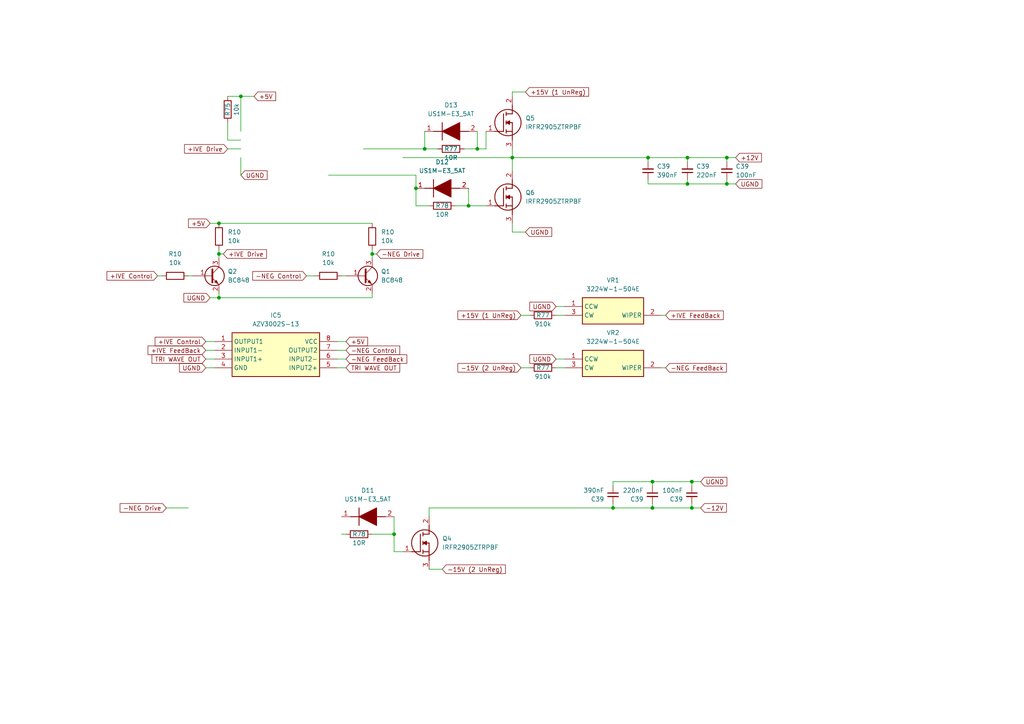
<source format=kicad_sch>
(kicad_sch (version 20230121) (generator eeschema)
  (paper "A4")
  (lib_symbols
    (symbol "Device:C_Small" (pin_numbers hide) (pin_names (offset 0.254) hide)
      (property "Reference" "C" (at 0.254 1.778 0))
      (property "Value" "C_Small" (at 0.254 -2.032 0))
      (symbol "C_Small_0_1"
        (polyline (pts (xy -1.524 -0.508) (xy 1.524 -0.508)) (stroke (width 0.3302)))
        (polyline (pts (xy -1.524 0.508) (xy 1.524 0.508)) (stroke (width 0.3048)))
      )
      (symbol "C_Small_1_1"
        (pin passive line (at 0 2.54 270) (length 2.032) (name "~") (number "1"))
        (pin passive line (at 0 -2.54 90) (length 2.032) (name "~") (number "2"))
      )
    )
    (symbol "Device:R" (pin_numbers hide) (pin_names (offset 0))
      (property "Reference" "R" (at 2.032 0 90))
      (property "Value" "R" (at 0 0 90))
      (symbol "R_0_1"
        (rectangle (start -1.016 -2.54) (end 1.016 2.54) (stroke (width 0.254)))
      )
      (symbol "R_1_1"
        (pin passive line (at 0 3.81 270) (length 1.27) (name "~") (number "1"))
        (pin passive line (at 0 -3.81 90) (length 1.27) (name "~") (number "2"))
      )
    )
    (symbol "SamacSys_Parts:3224W-1-504E"
      (property "Reference" "VR" (at 24.13 7.62 0))
      (property "Value" "3224W-1-504E" (at 24.13 5.08 0))
      (symbol "3224W-1-504E_1_1"
        (rectangle (start 5.08 2.54) (end 22.86 -5.08) (stroke (width 0.254)) (fill (type background)))
        (pin passive line (at 27.94 -2.54 180) (length 5.08) (name "CCW") (number "1"))
        (pin passive line (at 0 0 0) (length 5.08) (name "WIPER") (number "2"))
        (pin passive line (at 27.94 0 180) (length 5.08) (name "CW") (number "3"))
      )
    )
    (symbol "SamacSys_Parts:AZV3002S-13"
      (property "Reference" "IC" (at 31.75 7.62 0))
      (property "Value" "AZV3002S-13" (at 31.75 5.08 0))
      (symbol "AZV3002S-13_1_1"
        (rectangle (start 5.08 2.54) (end 30.48 -10.16) (stroke (width 0.254)) (fill (type background)))
        (pin passive line (at 0 0 0) (length 5.08) (name "OUTPUT1") (number "1"))
        (pin passive line (at 0 -2.54 0) (length 5.08) (name "INPUT1-") (number "2"))
        (pin passive line (at 0 -5.08 0) (length 5.08) (name "INPUT1+") (number "3"))
        (pin passive line (at 0 -7.62 0) (length 5.08) (name "GND") (number "4"))
        (pin passive line (at 35.56 -7.62 180) (length 5.08) (name "INPUT2+") (number "5"))
        (pin passive line (at 35.56 -5.08 180) (length 5.08) (name "INPUT2-") (number "6"))
        (pin passive line (at 35.56 -2.54 180) (length 5.08) (name "OUTPUT2") (number "7"))
        (pin passive line (at 35.56 0 180) (length 5.08) (name "VCC") (number "8"))
      )
    )
    (symbol "SamacSys_Parts:IRFR2905ZTRPBF" (pin_names hide)
      (property "Reference" "Q" (at 11.43 3.81 0))
      (property "Value" "IRFR2905ZTRPBF" (at 11.43 1.27 0))
      (symbol "IRFR2905ZTRPBF_1_1"
        (polyline (pts (xy 2.54 0) (xy 5.08 0)) (stroke (width 0.254)))
        (polyline (pts (xy 5.08 5.08) (xy 5.08 0)) (stroke (width 0.254)))
        (polyline (pts (xy 5.842 -0.508) (xy 5.842 0.508)) (stroke (width 0.254)))
        (polyline (pts (xy 5.842 0) (xy 7.62 0)) (stroke (width 0.254)))
        (polyline (pts (xy 5.842 2.032) (xy 5.842 3.048)) (stroke (width 0.254)))
        (polyline (pts (xy 5.842 5.588) (xy 5.842 4.572)) (stroke (width 0.254)))
        (polyline (pts (xy 7.62 2.54) (xy 5.842 2.54)) (stroke (width 0.254)))
        (polyline (pts (xy 7.62 2.54) (xy 7.62 -2.54)) (stroke (width 0.254)))
        (polyline (pts (xy 7.62 5.08) (xy 5.842 5.08)) (stroke (width 0.254)))
        (polyline (pts (xy 7.62 5.08) (xy 7.62 7.62)) (stroke (width 0.254)))
        (polyline (pts (xy 5.842 2.54) (xy 6.858 3.048) (xy 6.858 2.032) (xy 5.842 2.54)) (stroke (width 0.254)) (fill (type outline)))
        (circle (center 6.35 2.54) (radius 3.81) (stroke (width 0.254)))
        (pin passive line (at 0 0 0) (length 2.54) (name "G") (number "1"))
        (pin passive line (at 7.62 10.16 270) (length 2.54) (name "D") (number "2"))
        (pin passive line (at 7.62 -5.08 90) (length 2.54) (name "S") (number "3"))
      )
    )
    (symbol "SamacSys_Parts:US1M-E3_5AT" (pin_names hide)
      (property "Reference" "D" (at 11.43 5.08 0))
      (property "Value" "US1M-E3_5AT" (at 11.43 2.54 0))
      (symbol "US1M-E3_5AT_1_1"
        (polyline (pts (xy 2.54 0) (xy 5.08 0)) (stroke (width 0.254)))
        (polyline (pts (xy 5.08 2.54) (xy 5.08 -2.54)) (stroke (width 0.254)))
        (polyline (pts (xy 10.16 0) (xy 12.7 0)) (stroke (width 0.254)))
        (polyline (pts (xy 5.08 0) (xy 10.16 2.54) (xy 10.16 -2.54) (xy 5.08 0)) (stroke (width 0.254)) (fill (type outline)))
        (pin passive line (at 0 0 0) (length 2.54) (name "K") (number "1"))
        (pin passive line (at 15.24 0 180) (length 2.54) (name "A") (number "2"))
      )
    )
    (symbol "Transistor_BJT:BC848" (pin_names (offset 0) hide)
      (property "Reference" "Q" (at 5.08 1.905 0))
      (property "Value" "BC848" (at 5.08 0 0))
      (symbol "BC848_0_1"
        (polyline (pts (xy 0.635 0.635) (xy 2.54 2.54)))
        (polyline (pts (xy 0.635 -0.635) (xy 2.54 -2.54) (xy 2.54 -2.54)))
        (polyline (pts (xy 0.635 1.905) (xy 0.635 -1.905) (xy 0.635 -1.905)) (stroke (width 0.508)))
        (polyline (pts (xy 1.27 -1.778) (xy 1.778 -1.27) (xy 2.286 -2.286) (xy 1.27 -1.778) (xy 1.27 -1.778)) (fill (type outline)))
        (circle (center 1.27 0) (radius 2.8194) (stroke (width 0.254)))
      )
      (symbol "BC848_1_1"
        (pin input line (at -5.08 0 0) (length 5.715) (name "B") (number "1"))
        (pin passive line (at 2.54 -5.08 90) (length 2.54) (name "E") (number "2"))
        (pin passive line (at 2.54 5.08 270) (length 2.54) (name "C") (number "3"))
      )
    )
  )
  (junction (at 210.82 45.72))
  (junction (at 63.5 86.36))
  (junction (at 63.5 73.66))
  (junction (at 135.89 59.69))
  (junction (at 107.95 73.66))
  (junction (at 189.23 147.32))
  (junction (at 199.39 45.72))
  (junction (at 200.66 147.32))
  (junction (at 114.3 154.94))
  (junction (at 120.65 54.61))
  (junction (at 189.23 139.7))
  (junction (at 210.82 53.34))
  (junction (at 63.5 64.77))
  (junction (at 123.19 43.18))
  (junction (at 200.66 139.7))
  (junction (at 69.85 27.94))
  (junction (at 177.8 147.32))
  (junction (at 199.39 53.34))
  (junction (at 138.43 43.18))
  (junction (at 148.59 45.72))
  (junction (at 187.96 45.72))
  (wire (pts (xy 177.8 147.32) (xy 189.23 147.32)))
  (wire (pts (xy 177.8 146.05) (xy 177.8 147.32)))
  (wire (pts (xy 63.5 73.66) (xy 64.77 73.66)))
  (wire (pts (xy 63.5 86.36) (xy 60.96 86.36)))
  (wire (pts (xy 199.39 45.72) (xy 210.82 45.72)))
  (wire (pts (xy 114.3 149.86) (xy 114.3 154.94)))
  (wire (pts (xy 66.04 27.94) (xy 69.85 27.94)))
  (wire (pts (xy 107.95 85.09) (xy 107.95 86.36)))
  (wire (pts (xy 114.3 160.02) (xy 116.84 160.02)))
  (wire (pts (xy 59.69 101.6) (xy 62.23 101.6)))
  (wire (pts (xy 69.85 40.64) (xy 66.04 40.64)))
  (wire (pts (xy 210.82 45.72) (xy 213.36 45.72)))
  (wire (pts (xy 138.43 38.1) (xy 138.43 43.18)))
  (wire (pts (xy 148.59 26.67) (xy 148.59 27.94)))
  (wire (pts (xy 199.39 45.72) (xy 199.39 46.99)))
  (wire (pts (xy 69.85 27.94) (xy 73.66 27.94)))
  (wire (pts (xy 210.82 45.72) (xy 210.82 46.99)))
  (wire (pts (xy 151.13 91.44) (xy 153.67 91.44)))
  (wire (pts (xy 97.79 99.06) (xy 100.33 99.06)))
  (wire (pts (xy 97.79 104.14) (xy 100.33 104.14)))
  (wire (pts (xy 210.82 53.34) (xy 199.39 53.34)))
  (wire (pts (xy 107.95 154.94) (xy 114.3 154.94)))
  (wire (pts (xy 132.08 59.69) (xy 135.89 59.69)))
  (wire (pts (xy 177.8 139.7) (xy 177.8 140.97)))
  (wire (pts (xy 187.96 53.34) (xy 187.96 52.07)))
  (wire (pts (xy 213.36 53.34) (xy 210.82 53.34)))
  (wire (pts (xy 88.9 80.01) (xy 91.44 80.01)))
  (wire (pts (xy 66.04 35.56) (xy 66.04 40.64)))
  (wire (pts (xy 45.72 80.01) (xy 46.99 80.01)))
  (wire (pts (xy 105.41 43.18) (xy 123.19 43.18)))
  (wire (pts (xy 161.29 88.9) (xy 163.83 88.9)))
  (wire (pts (xy 210.82 52.07) (xy 210.82 53.34)))
  (wire (pts (xy 187.96 45.72) (xy 199.39 45.72)))
  (wire (pts (xy 59.69 106.68) (xy 62.23 106.68)))
  (wire (pts (xy 135.89 59.69) (xy 140.97 59.69)))
  (wire (pts (xy 69.85 27.94) (xy 69.85 38.1)))
  (wire (pts (xy 191.77 91.44) (xy 193.04 91.44)))
  (wire (pts (xy 95.25 50.8) (xy 120.65 50.8)))
  (wire (pts (xy 189.23 139.7) (xy 189.23 140.97)))
  (wire (pts (xy 161.29 106.68) (xy 163.83 106.68)))
  (wire (pts (xy 124.46 165.1) (xy 128.27 165.1)))
  (wire (pts (xy 200.66 139.7) (xy 200.66 140.97)))
  (wire (pts (xy 161.29 104.14) (xy 163.83 104.14)))
  (wire (pts (xy 107.95 72.39) (xy 107.95 73.66)))
  (wire (pts (xy 138.43 43.18) (xy 140.97 43.18)))
  (wire (pts (xy 200.66 146.05) (xy 200.66 147.32)))
  (wire (pts (xy 99.06 154.94) (xy 100.33 154.94)))
  (wire (pts (xy 66.04 43.18) (xy 69.85 43.18)))
  (wire (pts (xy 124.46 147.32) (xy 177.8 147.32)))
  (wire (pts (xy 203.2 139.7) (xy 200.66 139.7)))
  (wire (pts (xy 97.79 101.6) (xy 100.33 101.6)))
  (wire (pts (xy 191.77 106.68) (xy 193.04 106.68)))
  (wire (pts (xy 148.59 43.18) (xy 148.59 45.72)))
  (wire (pts (xy 59.69 104.14) (xy 62.23 104.14)))
  (wire (pts (xy 148.59 67.31) (xy 152.4 67.31)))
  (wire (pts (xy 140.97 43.18) (xy 140.97 38.1)))
  (wire (pts (xy 99.06 80.01) (xy 100.33 80.01)))
  (wire (pts (xy 63.5 73.66) (xy 63.5 74.93)))
  (wire (pts (xy 114.3 154.94) (xy 114.3 160.02)))
  (wire (pts (xy 120.65 54.61) (xy 120.65 59.69)))
  (wire (pts (xy 151.13 106.68) (xy 153.67 106.68)))
  (wire (pts (xy 59.69 99.06) (xy 62.23 99.06)))
  (wire (pts (xy 123.19 43.18) (xy 127 43.18)))
  (wire (pts (xy 60.96 64.77) (xy 63.5 64.77)))
  (wire (pts (xy 63.5 72.39) (xy 63.5 73.66)))
  (wire (pts (xy 134.62 43.18) (xy 138.43 43.18)))
  (wire (pts (xy 123.19 38.1) (xy 123.19 43.18)))
  (wire (pts (xy 120.65 50.8) (xy 120.65 54.61)))
  (wire (pts (xy 69.85 45.72) (xy 69.85 50.8)))
  (wire (pts (xy 199.39 52.07) (xy 199.39 53.34)))
  (wire (pts (xy 187.96 45.72) (xy 187.96 46.99)))
  (wire (pts (xy 120.65 59.69) (xy 124.46 59.69)))
  (wire (pts (xy 97.79 106.68) (xy 100.33 106.68)))
  (wire (pts (xy 135.89 54.61) (xy 135.89 59.69)))
  (wire (pts (xy 109.22 73.66) (xy 107.95 73.66)))
  (wire (pts (xy 200.66 139.7) (xy 189.23 139.7)))
  (wire (pts (xy 148.59 64.77) (xy 148.59 67.31)))
  (wire (pts (xy 54.61 80.01) (xy 55.88 80.01)))
  (wire (pts (xy 148.59 45.72) (xy 187.96 45.72)))
  (wire (pts (xy 148.59 45.72) (xy 148.59 49.53)))
  (wire (pts (xy 107.95 73.66) (xy 107.95 74.93)))
  (wire (pts (xy 107.95 86.36) (xy 63.5 86.36)))
  (wire (pts (xy 199.39 53.34) (xy 187.96 53.34)))
  (wire (pts (xy 161.29 91.44) (xy 163.83 91.44)))
  (wire (pts (xy 189.23 147.32) (xy 200.66 147.32)))
  (wire (pts (xy 63.5 85.09) (xy 63.5 86.36)))
  (wire (pts (xy 48.26 147.32) (xy 54.61 147.32)))
  (wire (pts (xy 148.59 26.67) (xy 152.4 26.67)))
  (wire (pts (xy 189.23 146.05) (xy 189.23 147.32)))
  (wire (pts (xy 116.84 45.72) (xy 148.59 45.72)))
  (wire (pts (xy 124.46 147.32) (xy 124.46 149.86)))
  (wire (pts (xy 63.5 64.77) (xy 107.95 64.77)))
  (wire (pts (xy 200.66 147.32) (xy 203.2 147.32)))
  (wire (pts (xy 189.23 139.7) (xy 177.8 139.7)))
  (global_label "+IVE Drive" (shape input) (at 64.77 73.66 0) (property "Intersheetrefs" "${INTERSHEET_REFS}" (effects hide)))
  (global_label "-12V" (shape input) (at 203.2 147.32 0) (property "Intersheetrefs" "${INTERSHEET_REFS}" (effects hide)))
  (global_label "UGND" (shape input) (at 161.29 88.9 180) (property "Intersheetrefs" "${INTERSHEET_REFS}" (effects hide)))
  (global_label "UGND" (shape input) (at 203.2 139.7 0) (property "Intersheetrefs" "${INTERSHEET_REFS}" (effects hide)))
  (global_label "-NEG Drive" (shape input) (at 109.22 73.66 0) (property "Intersheetrefs" "${INTERSHEET_REFS}" (effects hide)))
  (global_label "+IVE FeedBack" (shape input) (at 59.69 101.6 180) (property "Intersheetrefs" "${INTERSHEET_REFS}" (effects hide)))
  (global_label "-15V (2 UnReg)" (shape input) (at 128.27 165.1 0) (property "Intersheetrefs" "${INTERSHEET_REFS}" (effects hide)))
  (global_label "UGND" (shape input) (at 59.69 106.68 180) (property "Intersheetrefs" "${INTERSHEET_REFS}" (effects hide)))
  (global_label "+IVE Drive" (shape input) (at 66.04 43.18 180) (property "Intersheetrefs" "${INTERSHEET_REFS}" (effects hide)))
  (global_label "TRI WAVE OUT" (shape input) (at 100.33 106.68 0) (property "Intersheetrefs" "${INTERSHEET_REFS}" (effects hide)))
  (global_label "+15V (1 UnReg)" (shape input) (at 151.13 91.44 180) (property "Intersheetrefs" "${INTERSHEET_REFS}" (effects hide)))
  (global_label "UGND" (shape input) (at 69.85 50.8 0) (property "Intersheetrefs" "${INTERSHEET_REFS}" (effects hide)))
  (global_label "-NEG FeedBack" (shape input) (at 100.33 104.14 0) (property "Intersheetrefs" "${INTERSHEET_REFS}" (effects hide)))
  (global_label "+5V" (shape input) (at 60.96 64.77 180) (property "Intersheetrefs" "${INTERSHEET_REFS}" (effects hide)))
  (global_label "UGND" (shape input) (at 161.29 104.14 180) (property "Intersheetrefs" "${INTERSHEET_REFS}" (effects hide)))
  (global_label "-NEG Control" (shape input) (at 100.33 101.6 0) (property "Intersheetrefs" "${INTERSHEET_REFS}" (effects hide)))
  (global_label "+IVE Control" (shape input) (at 45.72 80.01 180) (property "Intersheetrefs" "${INTERSHEET_REFS}" (effects hide)))
  (global_label "-NEG Control" (shape input) (at 88.9 80.01 180) (property "Intersheetrefs" "${INTERSHEET_REFS}" (effects hide)))
  (global_label "+5V" (shape input) (at 73.66 27.94 0) (property "Intersheetrefs" "${INTERSHEET_REFS}" (effects hide)))
  (global_label "+5V" (shape input) (at 100.33 99.06 0) (property "Intersheetrefs" "${INTERSHEET_REFS}" (effects hide)))
  (global_label "-NEG FeedBack" (shape input) (at 193.04 106.68 0) (property "Intersheetrefs" "${INTERSHEET_REFS}" (effects hide)))
  (global_label "-NEG Drive" (shape input) (at 48.26 147.32 180) (property "Intersheetrefs" "${INTERSHEET_REFS}" (effects hide)))
  (global_label "UGND" (shape input) (at 213.36 53.34 0) (property "Intersheetrefs" "${INTERSHEET_REFS}" (effects hide)))
  (global_label "+IVE Control" (shape input) (at 59.69 99.06 180) (property "Intersheetrefs" "${INTERSHEET_REFS}" (effects hide)))
  (global_label "+12V" (shape input) (at 213.36 45.72 0) (property "Intersheetrefs" "${INTERSHEET_REFS}" (effects hide)))
  (global_label "-15V (2 UnReg)" (shape input) (at 151.13 106.68 180) (property "Intersheetrefs" "${INTERSHEET_REFS}" (effects hide)))
  (global_label "TRI WAVE OUT" (shape input) (at 59.69 104.14 180) (property "Intersheetrefs" "${INTERSHEET_REFS}" (effects hide)))
  (global_label "+IVE FeedBack" (shape input) (at 193.04 91.44 0) (property "Intersheetrefs" "${INTERSHEET_REFS}" (effects hide)))
  (global_label "+15V (1 UnReg)" (shape input) (at 152.4 26.67 0) (property "Intersheetrefs" "${INTERSHEET_REFS}" (effects hide)))
  (global_label "UGND" (shape input) (at 60.96 86.36 180) (property "Intersheetrefs" "${INTERSHEET_REFS}" (effects hide)))
  (global_label "UGND" (shape input) (at 152.4 67.31 0) (property "Intersheetrefs" "${INTERSHEET_REFS}" (effects hide)))
  (symbol (lib_id "Transistor_BJT:BC848") (at 105.41 80.01 0) (unit 1)
    (property "Reference" "Q1" (at 110.49 78.74 0) (effects (justify left)))
    (property "Value" "BC848" (at 110.49 81.28 0) (effects (justify left)))
    (property "Footprint" "Package_TO_SOT_SMD:SOT-23" (effects hide))
    (property "Datasheet" "http://www.infineon.com/dgdl/Infineon-BC847SERIES_BC848SERIES_BC849SERIES_BC850SERIES-DS-v01_01-en.pdf?fileId=db3a304314dca389011541d4630a1657" (effects hide))
    (instances (project "New PSU for Projects" (path "" (reference "Q1") (unit 1)) (path "" (reference "Q8") (unit 1))))
  )
  (symbol (lib_id "Device:R") (at 130.81 43.18 270) (unit 1)
    (property "Reference" "R77" (at 130.81 43.18 90))
    (property "Value" "10R" (at 130.81 45.72 90))
    (property "Footprint" "Resistor_SMD:R_1206_3216Metric" (effects hide))
    (instances (project "RPi Arcade Hat V0-4" (path "" (reference "R77") (unit 1))) (project "New PSU for Projects" (path "" (reference "R12") (unit 1))))
  )
  (symbol (lib_id "Device:R") (at 157.48 91.44 270) (unit 1)
    (property "Reference" "R77" (at 157.48 91.44 90))
    (property "Value" "910k" (at 157.48 93.98 90))
    (property "Footprint" "Resistor_SMD:R_1206_3216Metric" (effects hide))
    (instances (project "RPi Arcade Hat V0-4" (path "" (reference "R77") (unit 1))) (project "New PSU for Projects" (path "" (reference "R22") (unit 1))))
  )
  (symbol (lib_id "Device:R") (at 50.8 80.01 90) (unit 1)
    (property "Reference" "R10" (at 50.8 73.66 90))
    (property "Value" "10k" (at 50.8 76.2 90))
    (property "Footprint" "Resistor_SMD:R_1206_3216Metric" (effects hide))
    (instances (project "RPi Arcade Hat V0-4" (path "" (reference "R10") (unit 1))) (project "New PSU for Projects" (path "" (reference "R10") (unit 1)) (path "" (reference "R17") (unit 1))))
  )
  (symbol (lib_id "SamacSys_Parts:US1M-E3_5AT") (at 123.19 38.1 0) (unit 1)
    (property "Reference" "D13" (at 130.81 30.48 0))
    (property "Value" "US1M-E3_5AT" (at 130.81 33.02 0))
    (property "Footprint" "DIOM5127X229N" (effects hide))
    (property "Datasheet" "https://www.vishay.com/docs/88768/us1.pdf" (effects hide))
    (property "Height" "2.29" (effects hide))
    (property "Manufacturer_Name" "Vishay" (effects hide))
    (property "Manufacturer_Part_Number" "US1M-E3/5AT" (effects hide))
  )
  (symbol (lib_id "Device:C_Small") (at 200.66 143.51 0) (unit 1)
    (property "Reference" "C39" (at 198.12 144.7865 0) (effects (justify right)))
    (property "Value" "100nF" (at 198.12 142.2465 0) (effects (justify right)))
    (property "Footprint" "Capacitor_SMD:C_1206_3216Metric" (effects hide))
    (instances (project "RPi Arcade Hat V0-4" (path "" (reference "C39") (unit 1))) (project "New PSU for Projects" (path "" (reference "C31") (unit 1))))
  )
  (symbol (lib_id "SamacSys_Parts:3224W-1-504E") (at 191.77 106.68 180) (unit 1)
    (property "Reference" "VR2" (at 177.8 96.52 0))
    (property "Value" "3224W-1-504E" (at 177.8 99.06 0))
    (property "Footprint" "3224W1205E" (effects hide))
    (property "Datasheet" "https://www.bourns.com/docs/Product-Datasheets/3224.pdf" (effects hide))
    (property "Height" "5" (effects hide))
    (property "Manufacturer_Name" "Bourns" (effects hide))
    (property "Manufacturer_Part_Number" "3224W-1-504E" (effects hide))
  )
  (symbol (lib_id "Transistor_BJT:BC848") (at 60.96 80.01 0) (unit 1)
    (property "Reference" "Q2" (at 66.04 78.74 0) (effects (justify left)))
    (property "Value" "BC848" (at 66.04 81.28 0) (effects (justify left)))
    (property "Footprint" "Package_TO_SOT_SMD:SOT-23" (effects hide))
    (property "Datasheet" "http://www.infineon.com/dgdl/Infineon-BC847SERIES_BC848SERIES_BC849SERIES_BC850SERIES-DS-v01_01-en.pdf?fileId=db3a304314dca389011541d4630a1657" (effects hide))
    (instances (project "New PSU for Projects" (path "" (reference "Q2") (unit 1)) (path "" (reference "Q7") (unit 1))))
  )
  (symbol (lib_id "SamacSys_Parts:3224W-1-504E") (at 191.77 91.44 180) (unit 1)
    (property "Reference" "VR1" (at 177.8 81.28 0))
    (property "Value" "3224W-1-504E" (at 177.8 83.82 0))
    (property "Footprint" "3224W1205E" (effects hide))
    (property "Datasheet" "https://www.bourns.com/docs/Product-Datasheets/3224.pdf" (effects hide))
    (property "Height" "5" (effects hide))
    (property "Manufacturer_Name" "Bourns" (effects hide))
    (property "Manufacturer_Part_Number" "3224W-1-504E" (effects hide))
  )
  (symbol (lib_id "Device:R") (at 157.48 106.68 270) (unit 1)
    (property "Reference" "R77" (at 157.48 106.68 90))
    (property "Value" "910k" (at 157.48 109.22 90))
    (property "Footprint" "Resistor_SMD:R_1206_3216Metric" (effects hide))
    (instances (project "RPi Arcade Hat V0-4" (path "" (reference "R77") (unit 1))) (project "New PSU for Projects" (path "" (reference "R21") (unit 1))))
  )
  (symbol (lib_id "SamacSys_Parts:US1M-E3_5AT") (at 120.65 54.61 0) (unit 1)
    (property "Reference" "D12" (at 128.27 46.99 0))
    (property "Value" "US1M-E3_5AT" (at 128.27 49.53 0))
    (property "Footprint" "DIOM5127X229N" (effects hide))
    (property "Datasheet" "https://www.vishay.com/docs/88768/us1.pdf" (effects hide))
    (property "Height" "2.29" (effects hide))
    (property "Manufacturer_Name" "Vishay" (effects hide))
    (property "Manufacturer_Part_Number" "US1M-E3/5AT" (effects hide))
  )
  (symbol (lib_id "Device:R") (at 128.27 59.69 270) (unit 1)
    (property "Reference" "R78" (at 128.27 59.69 90))
    (property "Value" "10R" (at 128.27 62.23 90))
    (property "Footprint" "Resistor_SMD:R_1206_3216Metric" (effects hide))
    (instances (project "RPi Arcade Hat V0-4" (path "" (reference "R78") (unit 1))) (project "New PSU for Projects" (path "" (reference "R13") (unit 1))))
  )
  (symbol (lib_id "Device:R") (at 66.04 31.75 0) (unit 1)
    (property "Reference" "R75" (at 66.04 31.75 90))
    (property "Value" "10k" (at 68.58 31.75 90))
    (property "Footprint" "Resistor_SMD:R_1206_3216Metric" (effects hide))
    (instances (project "RPi Arcade Hat V0-4" (path "" (reference "R75") (unit 1))) (project "New PSU for Projects" (path "" (reference "R11") (unit 1))))
  )
  (symbol (lib_id "Device:C_Small") (at 177.8 143.51 0) (unit 1)
    (property "Reference" "C39" (at 175.26 144.7865 0) (effects (justify right)))
    (property "Value" "390nF" (at 175.26 142.2465 0) (effects (justify right)))
    (property "Footprint" "Capacitor_SMD:C_1206_3216Metric" (effects hide))
    (instances (project "RPi Arcade Hat V0-4" (path "" (reference "C39") (unit 1))) (project "New PSU for Projects" (path "" (reference "C28") (unit 1))))
  )
  (symbol (lib_id "Device:R") (at 63.5 68.58 180) (unit 1)
    (property "Reference" "R10" (at 66.04 67.31 0) (effects (justify right)))
    (property "Value" "10k" (at 66.04 69.85 0) (effects (justify right)))
    (property "Footprint" "Resistor_SMD:R_1206_3216Metric" (effects hide))
    (instances (project "RPi Arcade Hat V0-4" (path "" (reference "R10") (unit 1))) (project "New PSU for Projects" (path "" (reference "R8") (unit 1)) (path "" (reference "R18") (unit 1))))
  )
  (symbol (lib_id "Device:C_Small") (at 210.82 49.53 180) (unit 1)
    (property "Reference" "C39" (at 213.36 48.2535 0) (effects (justify right)))
    (property "Value" "100nF" (at 213.36 50.7935 0) (effects (justify right)))
    (property "Footprint" "Capacitor_SMD:C_1206_3216Metric" (effects hide))
    (instances (project "RPi Arcade Hat V0-4" (path "" (reference "C39") (unit 1))) (project "New PSU for Projects" (path "" (reference "C33") (unit 1))))
  )
  (symbol (lib_id "Device:C_Small") (at 189.23 143.51 0) (unit 1)
    (property "Reference" "C39" (at 186.69 144.7865 0) (effects (justify right)))
    (property "Value" "220nF" (at 186.69 142.2465 0) (effects (justify right)))
    (property "Footprint" "Capacitor_SMD:C_1206_3216Metric" (effects hide))
    (instances (project "RPi Arcade Hat V0-4" (path "" (reference "C39") (unit 1))) (project "New PSU for Projects" (path "" (reference "C30") (unit 1))))
  )
  (symbol (lib_id "SamacSys_Parts:AZV3002S-13") (at 62.23 99.06 0) (unit 1)
    (property "Reference" "IC5" (at 80.01 91.44 0))
    (property "Value" "AZV3002S-13" (at 80.01 93.98 0))
    (property "Footprint" "SOIC127P600X175-8N" (effects hide))
    (property "Height" "1.75" (effects hide))
    (property "Manufacturer_Name" "Diodes Inc." (effects hide))
    (property "Manufacturer_Part_Number" "AZV3002S-13" (effects hide))
  )
  (symbol (lib_id "SamacSys_Parts:IRFR2905ZTRPBF") (at 140.97 38.1 0) (unit 1)
    (property "Reference" "Q5" (at 152.4 34.29 0) (effects (justify left)))
    (property "Value" "IRFR2905ZTRPBF" (at 152.4 36.83 0) (effects (justify left)))
    (property "Footprint" "IRFR2905ZTRPBF" (effects hide))
    (property "Datasheet" "https://www.infineon.com/dgdl/irfr2905zpbf.pdf?fileId=5546d462533600a401535630e7222088" (effects hide))
    (property "Height" "2.52" (effects hide))
    (property "Manufacturer_Name" "Infineon" (effects hide))
    (property "Manufacturer_Part_Number" "IRFR2905ZTRPBF" (effects hide))
  )
  (symbol (lib_id "Device:R") (at 104.14 154.94 270) (unit 1)
    (property "Reference" "R78" (at 104.14 154.94 90))
    (property "Value" "10R" (at 104.14 157.48 90))
    (property "Footprint" "Resistor_SMD:R_1206_3216Metric" (effects hide))
    (instances (project "RPi Arcade Hat V0-4" (path "" (reference "R78") (unit 1))) (project "New PSU for Projects" (path "" (reference "R16") (unit 1))))
  )
  (symbol (lib_id "SamacSys_Parts:US1M-E3_5AT") (at 99.06 149.86 0) (unit 1)
    (property "Reference" "D11" (at 106.68 142.24 0))
    (property "Value" "US1M-E3_5AT" (at 106.68 144.78 0))
    (property "Footprint" "DIOM5127X229N" (effects hide))
    (property "Datasheet" "https://www.vishay.com/docs/88768/us1.pdf" (effects hide))
    (property "Height" "2.29" (effects hide))
    (property "Manufacturer_Name" "Vishay" (effects hide))
    (property "Manufacturer_Part_Number" "US1M-E3/5AT" (effects hide))
  )
  (symbol (lib_id "SamacSys_Parts:IRFR2905ZTRPBF") (at 140.97 59.69 0) (unit 1)
    (property "Reference" "Q6" (at 152.4 55.88 0) (effects (justify left)))
    (property "Value" "IRFR2905ZTRPBF" (at 152.4 58.42 0) (effects (justify left)))
    (property "Footprint" "IRFR2905ZTRPBF" (effects hide))
    (property "Datasheet" "https://www.infineon.com/dgdl/irfr2905zpbf.pdf?fileId=5546d462533600a401535630e7222088" (effects hide))
    (property "Height" "2.52" (effects hide))
    (property "Manufacturer_Name" "Infineon" (effects hide))
    (property "Manufacturer_Part_Number" "IRFR2905ZTRPBF" (effects hide))
  )
  (symbol (lib_id "Device:R") (at 107.95 68.58 180) (unit 1)
    (property "Reference" "R10" (at 110.49 67.31 0) (effects (justify right)))
    (property "Value" "10k" (at 110.49 69.85 0) (effects (justify right)))
    (property "Footprint" "Resistor_SMD:R_1206_3216Metric" (effects hide))
    (instances (project "RPi Arcade Hat V0-4" (path "" (reference "R10") (unit 1))) (project "New PSU for Projects" (path "" (reference "R7") (unit 1)) (path "" (reference "R20") (unit 1))))
  )
  (symbol (lib_id "SamacSys_Parts:IRFR2905ZTRPBF") (at 116.84 160.02 0) (unit 1)
    (property "Reference" "Q4" (at 128.27 156.21 0) (effects (justify left)))
    (property "Value" "IRFR2905ZTRPBF" (at 128.27 158.75 0) (effects (justify left)))
    (property "Footprint" "IRFR2905ZTRPBF" (effects hide))
    (property "Datasheet" "https://www.infineon.com/dgdl/irfr2905zpbf.pdf?fileId=5546d462533600a401535630e7222088" (effects hide))
    (property "Height" "2.52" (effects hide))
    (property "Manufacturer_Name" "Infineon" (effects hide))
    (property "Manufacturer_Part_Number" "IRFR2905ZTRPBF" (effects hide))
  )
  (symbol (lib_id "Device:R") (at 95.25 80.01 90) (unit 1)
    (property "Reference" "R10" (at 95.25 73.66 90))
    (property "Value" "10k" (at 95.25 76.2 90))
    (property "Footprint" "Resistor_SMD:R_1206_3216Metric" (effects hide))
    (instances (project "RPi Arcade Hat V0-4" (path "" (reference "R10") (unit 1))) (project "New PSU for Projects" (path "" (reference "R9") (unit 1)) (path "" (reference "R19") (unit 1))))
  )
  (symbol (lib_id "Device:C_Small") (at 187.96 49.53 180) (unit 1)
    (property "Reference" "C39" (at 190.5 48.2535 0) (effects (justify right)))
    (property "Value" "390nF" (at 190.5 50.7935 0) (effects (justify right)))
    (property "Footprint" "Capacitor_SMD:C_1206_3216Metric" (effects hide))
    (instances (project "RPi Arcade Hat V0-4" (path "" (reference "C39") (unit 1))) (project "New PSU for Projects" (path "" (reference "C21") (unit 1))))
  )
  (symbol (lib_id "Device:C_Small") (at 199.39 49.53 180) (unit 1)
    (property "Reference" "C39" (at 201.93 48.2535 0) (effects (justify right)))
    (property "Value" "220nF" (at 201.93 50.7935 0) (effects (justify right)))
    (property "Footprint" "Capacitor_SMD:C_1206_3216Metric" (effects hide))
    (instances (project "RPi Arcade Hat V0-4" (path "" (reference "C39") (unit 1))) (project "New PSU for Projects" (path "" (reference "C32") (unit 1))))
  )
)
</source>
